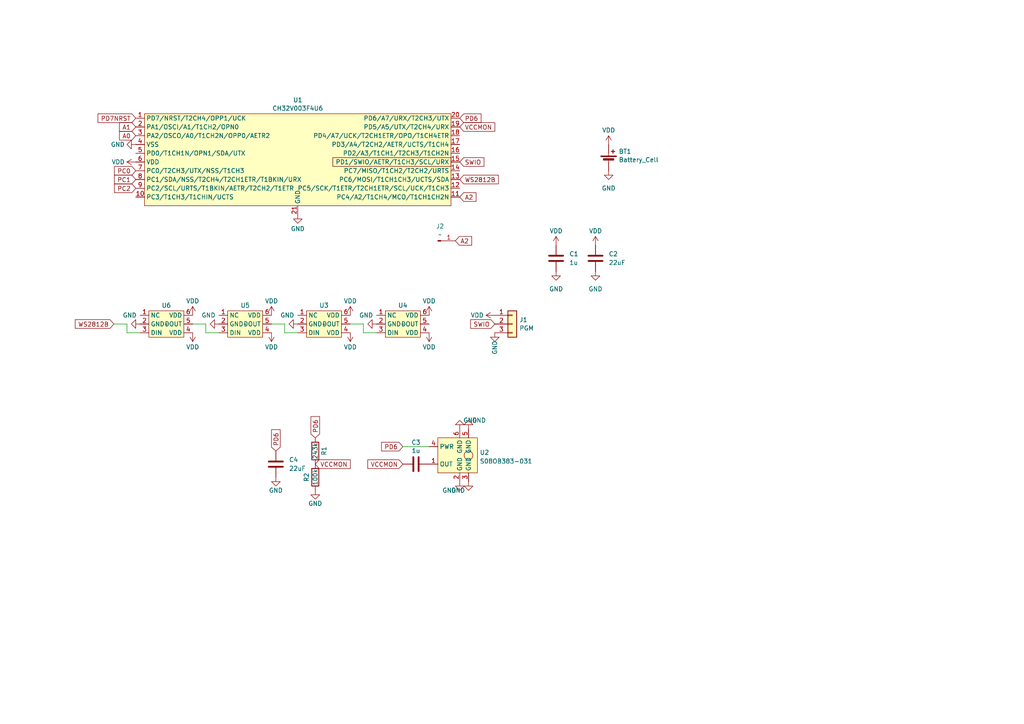
<source format=kicad_sch>
(kicad_sch (version 20230121) (generator eeschema)
  (paper "A4")
  (lib_symbols
    (symbol "CH32V003F4U6:CH32V003F4U6"
      (property "Reference" "U" (at 0 0 0))
      (property "Value" "CH32V003F4U6" (at 0 3.81 0))
      (symbol "CH32V003F4U6_0_1"
        (rectangle (start -44.45 12.7) (end 44.45 -13.97) (fill (type background)))
        (rectangle (start 10.16 0) (end 44.45 -2.54) (fill (type background)))
      )
      (symbol "CH32V003F4U6_1_1"
        (pin bidirectional line (at -46.99 11.43 0) (length 2.54) (name "PD7/NRST/T2CH4/OPP1/UCK") (number "1"))
        (pin bidirectional line (at -46.99 -11.43 0) (length 2.54) (name "PC3/T1CH3/T1CHIN/UCTS") (number "10"))
        (pin bidirectional line (at 46.99 -11.43 180) (length 2.54) (name "PC4/A2/T1CH4/MCO/T1CH1CH2N") (number "11"))
        (pin bidirectional line (at 46.99 -8.89 180) (length 2.54) (name "PC5/SCK/T1ETR/T2CH1ETR/SCL/UCK/T1CH3") (number "12"))
        (pin bidirectional line (at 46.99 -6.35 180) (length 2.54) (name "PC6/MOSI/T1CH1CH3/UCTS/SDA") (number "13"))
        (pin bidirectional line (at 46.99 -3.81 180) (length 2.54) (name "PC7/MISO/T1CH2/T2CH2/URTS") (number "14"))
        (pin bidirectional line (at 46.99 -1.27 180) (length 2.54) (name "PD1/SWIO/AETR/T1CH3/SCL/URX") (number "15"))
        (pin bidirectional line (at 46.99 1.27 180) (length 2.54) (name "PD2/A3/T1CH1/T2CH3/T1CH2N") (number "16"))
        (pin bidirectional line (at 46.99 3.81 180) (length 2.54) (name "PD3/A4/T2CH2/AETR/UCTS/T1CH4") (number "17"))
        (pin bidirectional line (at 46.99 6.35 180) (length 2.54) (name "PD4/A7/UCK/T2CH1ETR/OPO/T1CH4ETR") (number "18"))
        (pin bidirectional line (at 46.99 8.89 180) (length 2.54) (name "PD5/A5/UTX/T2CH4/URX") (number "19"))
        (pin bidirectional line (at -46.99 8.89 0) (length 2.54) (name "PA1/OSCI/A1/T1CH2/OPN0") (number "2"))
        (pin bidirectional line (at 46.99 11.43 180) (length 2.54) (name "PD6/A7/URX/T2CH3/UTX") (number "20"))
        (pin bidirectional line (at 0 -16.51 90) (length 2.54) (name "GND") (number "21"))
        (pin bidirectional line (at -46.99 6.35 0) (length 2.54) (name "PA2/OSCO/A0/T1CH2N/OPP0/AETR2") (number "3"))
        (pin bidirectional line (at -46.99 3.81 0) (length 2.54) (name "VSS") (number "4"))
        (pin bidirectional line (at -46.99 1.27 0) (length 2.54) (name "PD0/T1CH1N/OPN1/SDA/UTX") (number "5"))
        (pin bidirectional line (at -46.99 -1.27 0) (length 2.54) (name "VDD") (number "6"))
        (pin bidirectional line (at -46.99 -3.81 0) (length 2.54) (name "PC0/T2CH3/UTX/NSS/T1CH3") (number "7"))
        (pin bidirectional line (at -46.99 -6.35 0) (length 2.54) (name "PC1/SDA/NSS/T2CH4/T2CH1ETR/T1BKIN/URX") (number "8"))
        (pin bidirectional line (at -46.99 -8.89 0) (length 2.54) (name "PC2/SCL/URTS/T1BKIN/AETR/T2CH2/T1ETR") (number "9"))
      )
    )
    (symbol "Connector:Conn_01x01_Pin" (pin_names (offset 1.016) hide)
      (property "Reference" "J" (at 0 2.54 0))
      (property "Value" "Conn_01x01_Pin" (at 0 -2.54 0))
      (symbol "Conn_01x01_Pin_1_1"
        (polyline (pts (xy 1.27 0) (xy 0.8636 0)) (stroke (width 0.1524)))
        (rectangle (start 0.8636 0.127) (end 0 -0.127) (stroke (width 0.1524)) (fill (type outline)))
        (pin passive line (at 5.08 0 180) (length 3.81) (name "Pin_1") (number "1"))
      )
    )
    (symbol "Connector_Generic:Conn_01x03" (pin_names (offset 1.016) hide)
      (property "Reference" "J" (at 0 5.08 0))
      (property "Value" "Conn_01x03" (at 0 -5.08 0))
      (symbol "Conn_01x03_1_1"
        (rectangle (start -1.27 -2.413) (end 0 -2.667) (stroke (width 0.1524)))
        (rectangle (start -1.27 0.127) (end 0 -0.127) (stroke (width 0.1524)))
        (rectangle (start -1.27 2.667) (end 0 2.413) (stroke (width 0.1524)))
        (rectangle (start -1.27 3.81) (end 1.27 -3.81) (stroke (width 0.254)) (fill (type background)))
        (pin passive line (at -5.08 2.54 0) (length 3.81) (name "Pin_1") (number "1"))
        (pin passive line (at -5.08 0 0) (length 3.81) (name "Pin_2") (number "2"))
        (pin passive line (at -5.08 -2.54 0) (length 3.81) (name "Pin_3") (number "3"))
      )
    )
    (symbol "Device:Battery_Cell" (pin_numbers hide) (pin_names (offset 0) hide)
      (property "Reference" "BT" (at 2.54 2.54 0))
      (property "Value" "Battery_Cell" (at 2.54 0 0))
      (symbol "Battery_Cell_0_1"
        (rectangle (start -2.286 1.778) (end 2.286 1.524) (fill (type outline)))
        (rectangle (start -1.524 1.016) (end 1.524 0.508) (fill (type outline)))
        (polyline (pts (xy 0 0.762) (xy 0 0)))
        (polyline (pts (xy 0 1.778) (xy 0 2.54)))
        (polyline (pts (xy 0.762 3.048) (xy 1.778 3.048)) (stroke (width 0.254)))
        (polyline (pts (xy 1.27 3.556) (xy 1.27 2.54)) (stroke (width 0.254)))
      )
      (symbol "Battery_Cell_1_1"
        (pin passive line (at 0 5.08 270) (length 2.54) (name "+") (number "1"))
        (pin passive line (at 0 -2.54 90) (length 2.54) (name "-") (number "2"))
      )
    )
    (symbol "Device:C" (pin_numbers hide) (pin_names (offset 0.254))
      (property "Reference" "C" (at 0.635 2.54 0))
      (property "Value" "C" (at 0.635 -2.54 0))
      (symbol "C_0_1"
        (polyline (pts (xy -2.032 -0.762) (xy 2.032 -0.762)) (stroke (width 0.508)))
        (polyline (pts (xy -2.032 0.762) (xy 2.032 0.762)) (stroke (width 0.508)))
      )
      (symbol "C_1_1"
        (pin passive line (at 0 3.81 270) (length 2.794) (name "~") (number "1"))
        (pin passive line (at 0 -3.81 90) (length 2.794) (name "~") (number "2"))
      )
    )
    (symbol "Device:R" (pin_numbers hide) (pin_names (offset 0))
      (property "Reference" "R" (at 2.032 0 90))
      (property "Value" "R" (at 0 0 90))
      (symbol "R_0_1"
        (rectangle (start -1.016 -2.54) (end 1.016 2.54) (stroke (width 0.254)))
      )
      (symbol "R_1_1"
        (pin passive line (at 0 3.81 270) (length 1.27) (name "~") (number "1"))
        (pin passive line (at 0 -3.81 90) (length 1.27) (name "~") (number "2"))
      )
    )
    (symbol "GOERTEK-S08OB383-031-MemsMic:S08OB383-031"
      (property "Reference" "U" (at 0 -1.27 0))
      (property "Value" "S08OB383-031" (at 0 -8.89 0))
      (symbol "S08OB383-031_0_1"
        (rectangle (start -5.08 3.81) (end 5.08 -7.62) (stroke (width 0.1524)) (fill (type background)))
        (circle (center 0 -5.08) (radius 1.27) (stroke (width 0.1524)))
      )
      (symbol "S08OB383-031_1_1"
        (pin bidirectional line (at -2.54 6.35 270) (length 2.54) (name "OUT") (number "1"))
        (pin bidirectional line (at -7.62 -2.54 0) (length 2.54) (name "GND") (number "2"))
        (pin bidirectional line (at -7.62 -5.08 0) (length 2.54) (name "GND") (number "3"))
        (pin bidirectional line (at 2.54 6.35 270) (length 2.54) (name "PWR") (number "4"))
        (pin bidirectional line (at 7.62 -5.08 180) (length 2.54) (name "GND") (number "5"))
        (pin bidirectional line (at 7.62 -2.54 180) (length 2.54) (name "GND") (number "6"))
      )
    )
    (symbol "cnhardware:LC8812BC-3535RGBY"
      (property "Reference" "U" (at 0 5.08 0))
      (symbol "LC8812BC-3535RGBY_1_1"
        (rectangle (start -5.08 3.81) (end 5.08 -3.81) (fill (type background)))
        (pin input line (at -7.62 2.54 0) (length 2.54) (name "NC") (number "1"))
        (pin input line (at -7.62 0 0) (length 2.54) (name "GND") (number "2"))
        (pin input line (at -7.62 -2.54 0) (length 2.54) (name "DIN") (number "3"))
        (pin input line (at 7.62 -2.54 180) (length 2.54) (name "VDD") (number "4"))
        (pin input line (at 7.62 0 180) (length 2.54) (name "DOUT") (number "5"))
        (pin input line (at 7.62 2.54 180) (length 2.54) (name "VDD") (number "6"))
      )
    )
    (symbol "power:GND" (power) (pin_names (offset 0))
      (property "Value" "GND" (at 0 -3.81 0))
      (symbol "GND_0_1"
        (polyline (pts (xy 0 0) (xy 0 -1.27) (xy 1.27 -1.27) (xy 0 -2.54) (xy -1.27 -1.27) (xy 0 -1.27)))
      )
      (symbol "GND_1_1"
        (pin power_in line (at 0 0 270) (length 0) hide (name "GND") (number "1"))
      )
    )
    (symbol "power:VDD" (power) (pin_names (offset 0))
      (property "Value" "VDD" (at 0 3.81 0))
      (symbol "VDD_0_1"
        (polyline (pts (xy -0.762 1.27) (xy 0 2.54)))
        (polyline (pts (xy 0 0) (xy 0 2.54)))
        (polyline (pts (xy 0 2.54) (xy 0.762 1.27)))
      )
      (symbol "VDD_1_1"
        (pin power_in line (at 0 0 90) (length 0) hide (name "VDD") (number "1"))
      )
    )
  )
  (wire (pts (xy 55.88 93.98) (xy 59.69 93.98)))
  (wire (pts (xy 101.6 93.98) (xy 105.41 93.98)))
  (wire (pts (xy 105.41 93.98) (xy 105.41 96.52)))
  (wire (pts (xy 33.02 93.98) (xy 36.83 93.98)))
  (wire (pts (xy 82.55 96.52) (xy 86.36 96.52)))
  (wire (pts (xy 78.74 93.98) (xy 82.55 93.98)))
  (wire (pts (xy 59.69 93.98) (xy 59.69 96.52)))
  (wire (pts (xy 105.41 96.52) (xy 109.22 96.52)))
  (wire (pts (xy 116.84 129.54) (xy 124.46 129.54)))
  (wire (pts (xy 36.83 93.98) (xy 36.83 96.52)))
  (wire (pts (xy 82.55 93.98) (xy 82.55 96.52)))
  (wire (pts (xy 59.69 96.52) (xy 63.5 96.52)))
  (wire (pts (xy 36.83 96.52) (xy 40.64 96.52)))
  (global_label "A1" (shape input) (at 39.37 36.83 180) (property "Intersheetrefs" "${INTERSHEET_REFS}" (effects hide)))
  (global_label "A2" (shape input) (at 133.35 57.15 0) (property "Intersheetrefs" "${INTERSHEET_REFS}" (effects hide)))
  (global_label "PD6" (shape input) (at 116.84 129.54 180) (property "Intersheetrefs" "${INTERSHEET_REFS}" (effects hide)))
  (global_label "PD7NRST" (shape input) (at 39.37 34.29 180) (property "Intersheetrefs" "${INTERSHEET_REFS}" (effects hide)))
  (global_label "PC0" (shape input) (at 39.37 49.53 180) (property "Intersheetrefs" "${INTERSHEET_REFS}" (effects hide)))
  (global_label "WS2812B" (shape input) (at 133.35 52.07 0) (property "Intersheetrefs" "${INTERSHEET_REFS}" (effects hide)))
  (global_label "A2" (shape input) (at 132.08 69.85 0) (property "Intersheetrefs" "${INTERSHEET_REFS}" (effects hide)))
  (global_label "PD6" (shape input) (at 91.44 127 90) (property "Intersheetrefs" "${INTERSHEET_REFS}" (effects hide)))
  (global_label "PC2" (shape input) (at 39.37 54.61 180) (property "Intersheetrefs" "${INTERSHEET_REFS}" (effects hide)))
  (global_label "VCCMON" (shape input) (at 116.84 134.62 180) (property "Intersheetrefs" "${INTERSHEET_REFS}" (effects hide)))
  (global_label "SWIO" (shape input) (at 143.51 93.98 180) (property "Intersheetrefs" "${INTERSHEET_REFS}" (effects hide)))
  (global_label "SWIO" (shape input) (at 133.35 46.99 0) (property "Intersheetrefs" "${INTERSHEET_REFS}" (effects hide)))
  (global_label "PD6" (shape input) (at 133.35 34.29 0) (property "Intersheetrefs" "${INTERSHEET_REFS}" (effects hide)))
  (global_label "PD6" (shape input) (at 80.01 130.81 90) (property "Intersheetrefs" "${INTERSHEET_REFS}" (effects hide)))
  (global_label "PC1" (shape input) (at 39.37 52.07 180) (property "Intersheetrefs" "${INTERSHEET_REFS}" (effects hide)))
  (global_label "VCCMON" (shape input) (at 91.44 134.62 0) (property "Intersheetrefs" "${INTERSHEET_REFS}" (effects hide)))
  (global_label "VCCMON" (shape input) (at 133.35 36.83 0) (property "Intersheetrefs" "${INTERSHEET_REFS}" (effects hide)))
  (global_label "WS2812B" (shape input) (at 33.02 93.98 180) (property "Intersheetrefs" "${INTERSHEET_REFS}" (effects hide)))
  (global_label "A0" (shape input) (at 39.37 39.37 180) (property "Intersheetrefs" "${INTERSHEET_REFS}" (effects hide)))
  (symbol (lib_id "power:GND") (at 109.22 93.98 270) (unit 1)
    (property "Reference" "#PWR022" (effects hide))
    (property "Value" "GND" (at 104.14 91.44 90) (effects (justify left)))
  )
  (symbol (lib_id "power:GND") (at 133.35 139.7 0) (unit 1)
    (property "Reference" "#PWR013" (effects hide))
    (property "Value" "GND" (at 128.27 142.24 0) (effects (justify left)))
  )
  (symbol (lib_id "Device:C") (at 172.72 74.93 0) (unit 1)
    (property "Reference" "C2" (at 176.53 73.6599 0) (effects (justify left)))
    (property "Value" "22uF" (at 176.53 76.1999 0) (effects (justify left)))
    (property "Footprint" "Capacitor_SMD:C_0805_2012Metric" (effects hide))
    (property "LCSC" "C29277" (effects hide))
  )
  (symbol (lib_id "power:GND") (at 91.44 142.24 0) (unit 1)
    (property "Reference" "#PWR016" (effects hide))
    (property "Value" "GND" (at 91.44 146.05 0))
  )
  (symbol (lib_id "GOERTEK-S08OB383-031-MemsMic:S08OB383-031") (at 130.81 132.08 90) (unit 1)
    (property "Reference" "U2" (at 139.1412 131.2453 90) (effects (justify right)))
    (property "Value" "S08OB383-031" (at 139.1412 133.7822 90) (effects (justify right)))
    (property "Footprint" "cnhardware:GOERTEK-S08OB383-031-MemsMic" (effects hide))
    (property "LCSC" "C233789" (effects hide))
  )
  (symbol (lib_id "Connector_Generic:Conn_01x03") (at 148.59 93.98 0) (unit 1)
    (property "Reference" "J1" (at 150.622 92.7679 0) (effects (justify left)))
    (property "Value" "PGM" (at 150.622 95.1921 0) (effects (justify left)))
    (property "Footprint" "Connector_PinSocket_2.54mm:PinSocket_1x03_P2.54mm_Vertical" (effects hide))
  )
  (symbol (lib_id "power:VDD") (at 172.72 71.12 0) (unit 1)
    (property "Reference" "#PWR08" (effects hide))
    (property "Value" "VDD" (at 172.72 66.9869 0))
  )
  (symbol (lib_id "power:GND") (at 63.5 93.98 270) (unit 1)
    (property "Reference" "#PWR024" (effects hide))
    (property "Value" "GND" (at 58.42 91.44 90) (effects (justify left)))
  )
  (symbol (lib_id "power:GND") (at 135.89 124.46 180) (unit 1)
    (property "Reference" "#PWR014" (effects hide))
    (property "Value" "GND" (at 140.97 121.92 0) (effects (justify left)))
  )
  (symbol (lib_id "power:VDD") (at 101.6 91.44 0) (unit 1)
    (property "Reference" "#PWR019" (effects hide))
    (property "Value" "VDD" (at 101.6 87.3069 0))
  )
  (symbol (lib_id "power:GND") (at 176.53 49.53 0) (unit 1)
    (property "Reference" "#PWR010" (effects hide))
    (property "Value" "GND" (at 176.53 54.61 0))
  )
  (symbol (lib_id "Device:R") (at 91.44 138.43 0) (unit 1)
    (property "Reference" "R2" (at 88.9 138.43 90))
    (property "Value" "100k" (at 91.44 138.43 90))
    (property "Footprint" "Resistor_SMD:R_0402_1005Metric" (effects hide))
    (property "LCSC" "C279979" (effects hide))
  )
  (symbol (lib_id "Device:C") (at 120.65 134.62 270) (unit 1)
    (property "Reference" "C3" (at 120.65 128.3167 90))
    (property "Value" "1u" (at 120.65 130.7409 90))
    (property "Footprint" "Capacitor_SMD:C_0402_1005Metric" (effects hide))
    (property "LCSC" "C237173" (effects hide))
  )
  (symbol (lib_id "Device:R") (at 91.44 130.81 180) (unit 1)
    (property "Reference" "R1" (at 93.98 130.81 90))
    (property "Value" "243k" (at 91.44 130.81 90))
    (property "Footprint" "Resistor_SMD:R_0402_1005Metric" (effects hide))
    (property "LCSC" "C43249" (effects hide))
  )
  (symbol (lib_id "power:GND") (at 172.72 78.74 0) (unit 1)
    (property "Reference" "#PWR09" (effects hide))
    (property "Value" "GND" (at 172.72 83.82 0))
  )
  (symbol (lib_id "power:VDD") (at 55.88 91.44 0) (unit 1)
    (property "Reference" "#PWR028" (effects hide))
    (property "Value" "VDD" (at 55.88 87.3069 0))
  )
  (symbol (lib_id "Connector:Conn_01x01_Pin") (at 127 69.85 0) (unit 1)
    (property "Reference" "J2" (at 127.635 65.6295 0))
    (property "Value" "~" (at 127.635 68.0537 0))
    (property "Footprint" "cnhardware:touchpad_10x6.5mm_retircle" (effects hide))
  )
  (symbol (lib_id "power:VDD") (at 124.46 96.52 180) (unit 1)
    (property "Reference" "#PWR021" (effects hide))
    (property "Value" "VDD" (at 124.46 100.6531 0))
  )
  (symbol (lib_id "power:GND") (at 86.36 62.23 0) (unit 1)
    (property "Reference" "#PWR03" (effects hide))
    (property "Value" "GND" (at 86.36 66.3631 0))
  )
  (symbol (lib_id "power:VDD") (at 39.37 46.99 90) (unit 1)
    (property "Reference" "#PWR02" (effects hide))
    (property "Value" "VDD" (at 36.195 46.99 90) (effects (justify left)))
  )
  (symbol (lib_id "power:GND") (at 39.37 41.91 270) (unit 1)
    (property "Reference" "#PWR01" (effects hide))
    (property "Value" "GND" (at 36.1951 41.91 90) (effects (justify right)))
  )
  (symbol (lib_id "cnhardware:LC8812BC-3535RGBY") (at 93.98 93.98 0) (unit 1)
    (property "Reference" "U3" (at 93.98 88.5769 0))
    (property "Value" "~" (at 93.98 93.98 0))
    (property "Footprint" "cnhardware:LC8812BC-3535RGBY" (effects hide))
    (property "LCSC" "C7436821" (effects hide))
  )
  (symbol (lib_id "CH32V003F4U6:CH32V003F4U6") (at 86.36 45.72 0) (unit 1)
    (property "Reference" "U1" (at 86.36 29.0027 0))
    (property "Value" "CH32V003F4U6" (at 86.36 31.4269 0))
    (property "Footprint" "Package_DFN_QFN:QFN-20-1EP_3x3mm_P0.4mm_EP1.65x1.65mm" (effects hide))
    (property "LCSC" "C5299908" (effects hide))
  )
  (symbol (lib_id "power:VDD") (at 78.74 91.44 0) (unit 1)
    (property "Reference" "#PWR025" (effects hide))
    (property "Value" "VDD" (at 78.74 87.3069 0))
  )
  (symbol (lib_id "Device:C") (at 161.29 74.93 0) (unit 1)
    (property "Reference" "C1" (at 165.1 73.6599 0) (effects (justify left)))
    (property "Value" "1u" (at 165.1 76.1999 0) (effects (justify left)))
    (property "Footprint" "Capacitor_SMD:C_0402_1005Metric" (effects hide))
    (property "LCSC" "C237173" (effects hide))
  )
  (symbol (lib_id "power:VDD") (at 124.46 91.44 0) (unit 1)
    (property "Reference" "#PWR020" (effects hide))
    (property "Value" "VDD" (at 124.46 87.3069 0))
  )
  (symbol (lib_id "Device:Battery_Cell") (at 176.53 46.99 0) (unit 1)
    (property "Reference" "BT1" (at 179.451 43.9364 0) (effects (justify left)))
    (property "Value" "Battery_Cell" (at 179.451 46.3606 0) (effects (justify left)))
  )
  (symbol (lib_id "cnhardware:LC8812BC-3535RGBY") (at 48.26 93.98 0) (unit 1)
    (property "Reference" "U6" (at 48.26 88.5769 0))
    (property "Value" "~" (at 48.26 93.98 0))
    (property "Footprint" "cnhardware:LC8812BC-3535RGBY" (effects hide))
    (property "LCSC" "C7436821" (effects hide))
  )
  (symbol (lib_id "power:GND") (at 133.35 124.46 180) (unit 1)
    (property "Reference" "#PWR012" (effects hide))
    (property "Value" "GND" (at 138.43 121.92 0) (effects (justify left)))
  )
  (symbol (lib_id "power:VDD") (at 55.88 96.52 180) (unit 1)
    (property "Reference" "#PWR029" (effects hide))
    (property "Value" "VDD" (at 55.88 100.6531 0))
  )
  (symbol (lib_id "cnhardware:LC8812BC-3535RGBY") (at 116.84 93.98 0) (unit 1)
    (property "Reference" "U4" (at 116.84 88.5769 0))
    (property "Value" "~" (at 116.84 93.98 0))
    (property "Footprint" "cnhardware:LC8812BC-3535RGBY" (effects hide))
    (property "LCSC" "C7436821" (effects hide))
  )
  (symbol (lib_id "power:VDD") (at 78.74 96.52 180) (unit 1)
    (property "Reference" "#PWR026" (effects hide))
    (property "Value" "VDD" (at 78.74 100.6531 0))
  )
  (symbol (lib_id "power:GND") (at 40.64 93.98 270) (unit 1)
    (property "Reference" "#PWR027" (effects hide))
    (property "Value" "GND" (at 35.56 91.44 90) (effects (justify left)))
  )
  (symbol (lib_id "power:GND") (at 135.89 139.7 0) (unit 1)
    (property "Reference" "#PWR015" (effects hide))
    (property "Value" "GND" (at 130.81 142.24 0) (effects (justify left)))
  )
  (symbol (lib_id "power:GND") (at 161.29 78.74 0) (unit 1)
    (property "Reference" "#PWR07" (effects hide))
    (property "Value" "GND" (at 161.29 83.82 0))
  )
  (symbol (lib_id "power:VDD") (at 143.51 91.44 90) (unit 1)
    (property "Reference" "#PWR04" (effects hide))
    (property "Value" "VDD" (at 140.335 91.44 90) (effects (justify left)))
  )
  (symbol (lib_id "power:VDD") (at 161.29 71.12 0) (unit 1)
    (property "Reference" "#PWR06" (effects hide))
    (property "Value" "VDD" (at 161.29 66.9869 0))
  )
  (symbol (lib_id "power:GND") (at 86.36 93.98 270) (unit 1)
    (property "Reference" "#PWR018" (effects hide))
    (property "Value" "GND" (at 81.28 91.44 90) (effects (justify left)))
  )
  (symbol (lib_id "power:GND") (at 80.01 138.43 0) (unit 1)
    (property "Reference" "#PWR017" (effects hide))
    (property "Value" "GND" (at 80.01 142.24 0))
  )
  (symbol (lib_id "power:GND") (at 143.51 96.52 0) (unit 1)
    (property "Reference" "#PWR05" (effects hide))
    (property "Value" "GND" (at 143.51 102.87 90) (effects (justify left)))
  )
  (symbol (lib_id "cnhardware:LC8812BC-3535RGBY") (at 71.12 93.98 0) (unit 1)
    (property "Reference" "U5" (at 71.12 88.5769 0))
    (property "Value" "~" (at 71.12 93.98 0))
    (property "Footprint" "cnhardware:LC8812BC-3535RGBY" (effects hide))
    (property "LCSC" "C7436821" (effects hide))
  )
  (symbol (lib_id "power:VDD") (at 101.6 96.52 180) (unit 1)
    (property "Reference" "#PWR023" (effects hide))
    (property "Value" "VDD" (at 101.6 100.6531 0))
  )
  (symbol (lib_id "power:VDD") (at 176.53 41.91 0) (unit 1)
    (property "Reference" "#PWR011" (effects hide))
    (property "Value" "VDD" (at 176.53 37.7769 0))
  )
  (symbol (lib_id "Device:C") (at 80.01 134.62 0) (unit 1)
    (property "Reference" "C4" (at 83.82 133.3499 0) (effects (justify left)))
    (property "Value" "22uF" (at 83.82 135.8899 0) (effects (justify left)))
    (property "Footprint" "Capacitor_SMD:C_0805_2012Metric" (effects hide))
    (property "LCSC" "C29277" (effects hide))
  )
)
</source>
